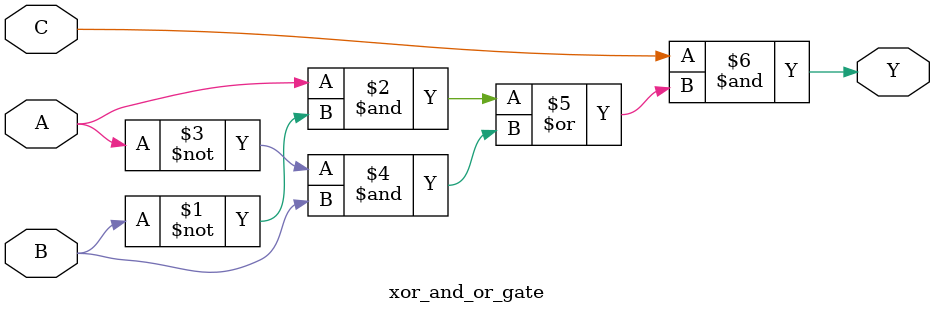
<source format=sv>
module xor_and_or_gate (
    input wire A, B, C,   // 输入A, B, C
    output wire Y         // 输出Y
);
    // 重写表达式: C & (A ^ B) = C & A & ~B | C & ~A & B
    
    assign Y = C & ((A & ~B) | (~A & B));
endmodule
</source>
